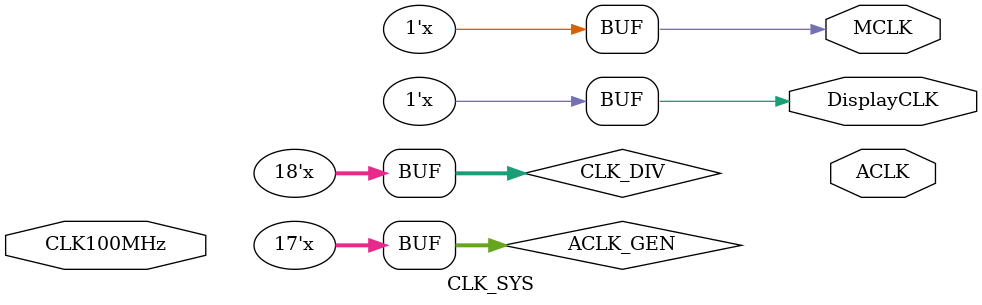
<source format=v>
module CLK_SYS(
    input CLK100MHz,
    output reg ACLK = 0, 
    output MCLK,  DisplayCLK
);
    reg [17:0] CLK_DIV = 0;
    reg [16:0] ACLK_GEN = 0;

    always @(CLK100MHz) begin
        CLK_DIV <= CLK_DIV + 1;
        case (ACLK_GEN)
            49999: begin
                ACLK_GEN <= 0;
                ACLK <= ~ACLK;
            end 
            default: ACLK_GEN <= ACLK_GEN + 1;
        endcase
    end

    assign MCLK = CLK_DIV[10];
    assign DisplayCLK = CLK_DIV[17];

endmodule
</source>
